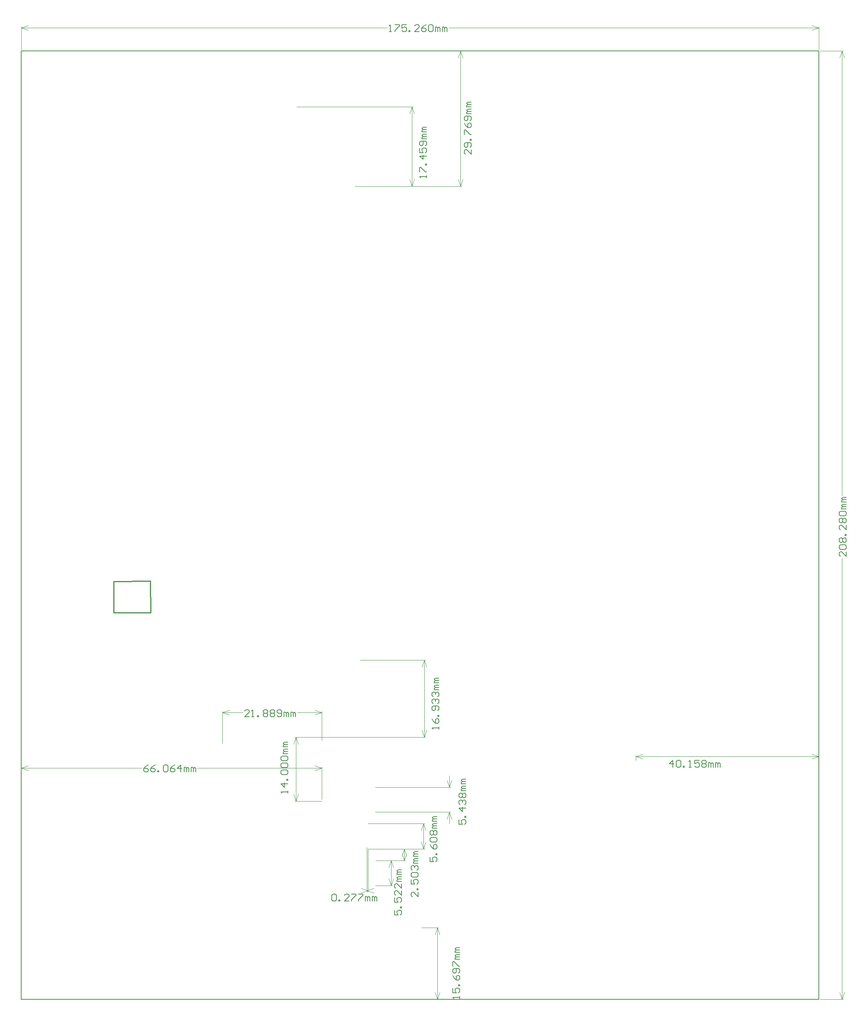
<source format=gm1>
G04*
G04 #@! TF.GenerationSoftware,Altium Limited,Altium Designer,23.2.1 (34)*
G04*
G04 Layer_Color=16711935*
%FSLAX25Y25*%
%MOIN*%
G70*
G04*
G04 #@! TF.SameCoordinates,E7D857CA-1885-45CB-8F30-69F116805D82*
G04*
G04*
G04 #@! TF.FilePolarity,Positive*
G04*
G01*
G75*
%ADD12C,0.01000*%
%ADD14C,0.00800*%
%ADD90C,0.00394*%
%ADD91C,0.00600*%
D12*
X301905Y381390D02*
X302000Y354225D01*
X270016Y381279D02*
X270111Y354114D01*
X270016Y381279D02*
X301905Y381390D01*
X270111Y354114D02*
X302000Y354225D01*
D14*
X190000Y20000D02*
Y840000D01*
Y20000D02*
X880000D01*
Y840000D01*
X190000D02*
X880000D01*
D90*
X444093Y218000D02*
X450093Y220000D01*
X444093Y222000D02*
X450093Y220000D01*
X190000D02*
X196000Y222000D01*
X190000Y220000D02*
X196000Y218000D01*
X342539Y220000D02*
X450093D01*
X190000D02*
X294354D01*
X450093Y192713D02*
Y221000D01*
X190000Y21000D02*
Y221000D01*
X721897Y230000D02*
X727897Y232000D01*
X721897Y230000D02*
X727897Y228000D01*
X874000D02*
X880000Y230000D01*
X874000Y232000D02*
X880000Y230000D01*
X721897D02*
X800949D01*
X880000D01*
X721897Y226489D02*
Y231000D01*
X880000Y21000D02*
Y231000D01*
X550000Y81799D02*
X552000Y75799D01*
X548000D02*
X550000Y81799D01*
X548000Y26000D02*
X550000Y20000D01*
X552000Y26000D01*
X550000Y50899D02*
Y81799D01*
Y20000D02*
Y50899D01*
X536527Y81799D02*
X551000D01*
X191000Y20000D02*
X551000D01*
X568000Y728797D02*
X570000Y722797D01*
X572000Y728797D01*
X570000Y840000D02*
X572000Y834000D01*
X568000D02*
X570000Y840000D01*
Y722797D02*
Y781399D01*
Y840000D01*
X489484Y722797D02*
X571000D01*
X191000Y840000D02*
X571000D01*
X900000D02*
X902000Y834000D01*
X898000D02*
X900000Y840000D01*
X898000Y26000D02*
X900000Y20000D01*
X902000Y26000D01*
X900000Y455492D02*
Y840000D01*
Y20000D02*
Y401308D01*
X881000Y840000D02*
X901000D01*
X881000Y20000D02*
X901000D01*
X190000Y860000D02*
X196000Y862000D01*
X190000Y860000D02*
X196000Y858000D01*
X874000D02*
X880000Y860000D01*
X874000Y862000D02*
X880000Y860000D01*
X190000D02*
X506808D01*
X559992D02*
X880000D01*
X190000Y841000D02*
Y861000D01*
X880000Y841000D02*
Y861000D01*
X488937Y113800D02*
X494937Y115800D01*
X488937Y113800D02*
X494937Y111800D01*
X484026D02*
X490026Y113800D01*
X484026Y115800D02*
X490026Y113800D01*
X488937D02*
X489482D01*
X490026D01*
X488937Y112800D02*
Y151073D01*
X490026Y112800D02*
Y149782D01*
X444089Y265700D02*
X450089Y267700D01*
X444089Y269700D02*
X450089Y267700D01*
X363912D02*
X369912Y269700D01*
X363912Y267700D02*
X369912Y265700D01*
X428994Y267700D02*
X450089D01*
X363912D02*
X381808D01*
X450089Y243907D02*
Y268700D01*
X363912Y241257D02*
Y268700D01*
X526097Y728768D02*
X528097Y722768D01*
X530097Y728768D01*
X528097Y791504D02*
X530097Y785504D01*
X526097D02*
X528097Y791504D01*
Y722768D02*
Y757136D01*
Y791504D01*
X478892Y722768D02*
X529097D01*
X428539Y791504D02*
X529097D01*
X427600Y246368D02*
X429600Y240368D01*
X425600D02*
X427600Y246368D01*
X425600Y197250D02*
X427600Y191250D01*
X429600Y197250D01*
X427600Y218809D02*
Y246368D01*
Y191250D02*
Y218809D01*
X426600Y246368D02*
X489492D01*
X426600Y191250D02*
X450122D01*
X519400Y145926D02*
X521400Y139926D01*
X523400Y145926D01*
X521400Y149782D02*
X523400Y143782D01*
X519400D02*
X521400Y149782D01*
Y139926D02*
Y144854D01*
Y149782D01*
X496800Y139926D02*
X522400D01*
X490026Y149782D02*
X522400D01*
X538000Y171858D02*
X540000Y165858D01*
X536000D02*
X538000Y171858D01*
X536000Y155778D02*
X538000Y149778D01*
X540000Y155778D01*
X538000Y160818D02*
Y171858D01*
Y149778D02*
Y160818D01*
X490035Y171858D02*
X539000D01*
X490039Y149778D02*
X539000D01*
X508200Y124188D02*
X510200Y118188D01*
X512200Y124188D01*
X510200Y139926D02*
X512200Y133926D01*
X508200D02*
X510200Y139926D01*
Y118188D02*
Y129057D01*
Y139926D01*
X496552Y118188D02*
X511200D01*
X496800Y139926D02*
X511200D01*
X560400Y181707D02*
X562400Y175707D01*
X558400D02*
X560400Y181707D01*
X558400Y209116D02*
X560400Y203116D01*
X562400Y209116D01*
X560400Y171707D02*
Y181707D01*
Y203116D02*
Y213116D01*
X496298Y203116D02*
X561400D01*
X496288Y181707D02*
X561400D01*
X536697Y252368D02*
X538697Y246368D01*
X540697Y252368D01*
X538697Y313035D02*
X540697Y307035D01*
X536697D02*
X538697Y313035D01*
Y246368D02*
Y279702D01*
Y313035D01*
X489492Y246368D02*
X539697D01*
X483367Y313035D02*
X539697D01*
D91*
X299952Y222399D02*
X297953Y221399D01*
X295953Y219400D01*
Y217401D01*
X296953Y216401D01*
X298953D01*
X299952Y217401D01*
Y218400D01*
X298953Y219400D01*
X295953D01*
X305950Y222399D02*
X303951Y221399D01*
X301952Y219400D01*
Y217401D01*
X302951Y216401D01*
X304951D01*
X305950Y217401D01*
Y218400D01*
X304951Y219400D01*
X301952D01*
X307950Y216401D02*
Y217401D01*
X308949D01*
Y216401D01*
X307950D01*
X312948Y221399D02*
X313948Y222399D01*
X315947D01*
X316947Y221399D01*
Y217401D01*
X315947Y216401D01*
X313948D01*
X312948Y217401D01*
Y221399D01*
X322945Y222399D02*
X320945Y221399D01*
X318946Y219400D01*
Y217401D01*
X319946Y216401D01*
X321945D01*
X322945Y217401D01*
Y218400D01*
X321945Y219400D01*
X318946D01*
X327943Y216401D02*
Y222399D01*
X324944Y219400D01*
X328943D01*
X330942Y216401D02*
Y220400D01*
X331942D01*
X332942Y219400D01*
Y216401D01*
Y219400D01*
X333941Y220400D01*
X334941Y219400D01*
Y216401D01*
X336940D02*
Y220400D01*
X337940D01*
X338940Y219400D01*
Y216401D01*
Y219400D01*
X339939Y220400D01*
X340939Y219400D01*
Y216401D01*
X753599Y220600D02*
Y226598D01*
X750600Y223599D01*
X754599D01*
X756598Y225598D02*
X757598Y226598D01*
X759597D01*
X760597Y225598D01*
Y221600D01*
X759597Y220600D01*
X757598D01*
X756598Y221600D01*
Y225598D01*
X762596Y220600D02*
Y221600D01*
X763596D01*
Y220600D01*
X762596D01*
X767594D02*
X769594D01*
X768594D01*
Y226598D01*
X767594Y225598D01*
X776592Y226598D02*
X772593D01*
Y223599D01*
X774592Y224599D01*
X775592D01*
X776592Y223599D01*
Y221600D01*
X775592Y220600D01*
X773593D01*
X772593Y221600D01*
X778591Y225598D02*
X779591Y226598D01*
X781590D01*
X782590Y225598D01*
Y224599D01*
X781590Y223599D01*
X782590Y222599D01*
Y221600D01*
X781590Y220600D01*
X779591D01*
X778591Y221600D01*
Y222599D01*
X779591Y223599D01*
X778591Y224599D01*
Y225598D01*
X779591Y223599D02*
X781590D01*
X784589Y220600D02*
Y224599D01*
X785589D01*
X786588Y223599D01*
Y220600D01*
Y223599D01*
X787588Y224599D01*
X788588Y223599D01*
Y220600D01*
X790587D02*
Y224599D01*
X791587D01*
X792586Y223599D01*
Y220600D01*
Y223599D01*
X793586Y224599D01*
X794586Y223599D01*
Y220600D01*
X569400Y20600D02*
Y22599D01*
Y21600D01*
X563402D01*
X564402Y20600D01*
X563402Y29597D02*
Y25598D01*
X566401D01*
X565401Y27598D01*
Y28597D01*
X566401Y29597D01*
X568400D01*
X569400Y28597D01*
Y26598D01*
X568400Y25598D01*
X569400Y31596D02*
X568400D01*
Y32596D01*
X569400D01*
Y31596D01*
X563402Y40593D02*
X564402Y38594D01*
X566401Y36595D01*
X568400D01*
X569400Y37595D01*
Y39594D01*
X568400Y40593D01*
X567401D01*
X566401Y39594D01*
Y36595D01*
X568400Y42593D02*
X569400Y43593D01*
Y45592D01*
X568400Y46592D01*
X564402D01*
X563402Y45592D01*
Y43593D01*
X564402Y42593D01*
X565401D01*
X566401Y43593D01*
Y46592D01*
X563402Y48591D02*
Y52590D01*
X564402D01*
X568400Y48591D01*
X569400D01*
Y54589D02*
X565401D01*
Y55589D01*
X566401Y56588D01*
X569400D01*
X566401D01*
X565401Y57588D01*
X566401Y58588D01*
X569400D01*
Y60587D02*
X565401D01*
Y61587D01*
X566401Y62586D01*
X569400D01*
X566401D01*
X565401Y63586D01*
X566401Y64586D01*
X569400D01*
X579400Y754599D02*
Y750600D01*
X575401Y754599D01*
X574402D01*
X573402Y753599D01*
Y751600D01*
X574402Y750600D01*
X578400Y756598D02*
X579400Y757598D01*
Y759597D01*
X578400Y760597D01*
X574402D01*
X573402Y759597D01*
Y757598D01*
X574402Y756598D01*
X575401D01*
X576401Y757598D01*
Y760597D01*
X579400Y762596D02*
X578400D01*
Y763596D01*
X579400D01*
Y762596D01*
X573402Y767594D02*
Y771593D01*
X574402D01*
X578400Y767594D01*
X579400D01*
X573402Y777591D02*
X574402Y775592D01*
X576401Y773593D01*
X578400D01*
X579400Y774592D01*
Y776592D01*
X578400Y777591D01*
X577401D01*
X576401Y776592D01*
Y773593D01*
X578400Y779591D02*
X579400Y780590D01*
Y782590D01*
X578400Y783589D01*
X574402D01*
X573402Y782590D01*
Y780590D01*
X574402Y779591D01*
X575401D01*
X576401Y780590D01*
Y783589D01*
X579400Y785589D02*
X575401D01*
Y786588D01*
X576401Y787588D01*
X579400D01*
X576401D01*
X575401Y788588D01*
X576401Y789587D01*
X579400D01*
Y791587D02*
X575401D01*
Y792586D01*
X576401Y793586D01*
X579400D01*
X576401D01*
X575401Y794586D01*
X576401Y795585D01*
X579400D01*
X903599Y406907D02*
Y402908D01*
X899600Y406907D01*
X898601D01*
X897601Y405907D01*
Y403908D01*
X898601Y402908D01*
Y408906D02*
X897601Y409906D01*
Y411905D01*
X898601Y412905D01*
X902599D01*
X903599Y411905D01*
Y409906D01*
X902599Y408906D01*
X898601D01*
Y414904D02*
X897601Y415904D01*
Y417903D01*
X898601Y418903D01*
X899600D01*
X900600Y417903D01*
X901600Y418903D01*
X902599D01*
X903599Y417903D01*
Y415904D01*
X902599Y414904D01*
X901600D01*
X900600Y415904D01*
X899600Y414904D01*
X898601D01*
X900600Y415904D02*
Y417903D01*
X903599Y420902D02*
X902599D01*
Y421902D01*
X903599D01*
Y420902D01*
Y429900D02*
Y425901D01*
X899600Y429900D01*
X898601D01*
X897601Y428900D01*
Y426900D01*
X898601Y425901D01*
Y431899D02*
X897601Y432899D01*
Y434898D01*
X898601Y435898D01*
X899600D01*
X900600Y434898D01*
X901600Y435898D01*
X902599D01*
X903599Y434898D01*
Y432899D01*
X902599Y431899D01*
X901600D01*
X900600Y432899D01*
X899600Y431899D01*
X898601D01*
X900600Y432899D02*
Y434898D01*
X898601Y437897D02*
X897601Y438897D01*
Y440896D01*
X898601Y441896D01*
X902599D01*
X903599Y440896D01*
Y438897D01*
X902599Y437897D01*
X898601D01*
X903599Y443895D02*
X899600D01*
Y444895D01*
X900600Y445894D01*
X903599D01*
X900600D01*
X899600Y446894D01*
X900600Y447894D01*
X903599D01*
Y449893D02*
X899600D01*
Y450893D01*
X900600Y451892D01*
X903599D01*
X900600D01*
X899600Y452892D01*
X900600Y453892D01*
X903599D01*
X508408Y856401D02*
X510407D01*
X509408D01*
Y862399D01*
X508408Y861399D01*
X513407Y862399D02*
X517405D01*
Y861399D01*
X513407Y857401D01*
Y856401D01*
X523403Y862399D02*
X519405D01*
Y859400D01*
X521404Y860400D01*
X522403D01*
X523403Y859400D01*
Y857401D01*
X522403Y856401D01*
X520404D01*
X519405Y857401D01*
X525403Y856401D02*
Y857401D01*
X526402D01*
Y856401D01*
X525403D01*
X534400D02*
X530401D01*
X534400Y860400D01*
Y861399D01*
X533400Y862399D01*
X531401D01*
X530401Y861399D01*
X540398Y862399D02*
X538398Y861399D01*
X536399Y859400D01*
Y857401D01*
X537399Y856401D01*
X539398D01*
X540398Y857401D01*
Y858400D01*
X539398Y859400D01*
X536399D01*
X542397Y861399D02*
X543397Y862399D01*
X545396D01*
X546396Y861399D01*
Y857401D01*
X545396Y856401D01*
X543397D01*
X542397Y857401D01*
Y861399D01*
X548395Y856401D02*
Y860400D01*
X549395D01*
X550394Y859400D01*
Y856401D01*
Y859400D01*
X551394Y860400D01*
X552394Y859400D01*
Y856401D01*
X554393D02*
Y860400D01*
X555393D01*
X556393Y859400D01*
Y856401D01*
Y859400D01*
X557392Y860400D01*
X558392Y859400D01*
Y856401D01*
X458700Y109798D02*
X459700Y110798D01*
X461699D01*
X462699Y109798D01*
Y105800D01*
X461699Y104800D01*
X459700D01*
X458700Y105800D01*
Y109798D01*
X464698Y104800D02*
Y105800D01*
X465698D01*
Y104800D01*
X464698D01*
X473695D02*
X469696D01*
X473695Y108799D01*
Y109798D01*
X472695Y110798D01*
X470696D01*
X469696Y109798D01*
X475695Y110798D02*
X479693D01*
Y109798D01*
X475695Y105800D01*
Y104800D01*
X481693Y110798D02*
X485691D01*
Y109798D01*
X481693Y105800D01*
Y104800D01*
X487691D02*
Y108799D01*
X488690D01*
X489690Y107799D01*
Y104800D01*
Y107799D01*
X490690Y108799D01*
X491689Y107799D01*
Y104800D01*
X493689D02*
Y108799D01*
X494688D01*
X495688Y107799D01*
Y104800D01*
Y107799D01*
X496688Y108799D01*
X497687Y107799D01*
Y104800D01*
X387406Y264101D02*
X383408D01*
X387406Y268100D01*
Y269099D01*
X386407Y270099D01*
X384407D01*
X383408Y269099D01*
X389406Y264101D02*
X391405D01*
X390406D01*
Y270099D01*
X389406Y269099D01*
X394404Y264101D02*
Y265101D01*
X395404D01*
Y264101D01*
X394404D01*
X399403Y269099D02*
X400402Y270099D01*
X402402D01*
X403401Y269099D01*
Y268100D01*
X402402Y267100D01*
X403401Y266100D01*
Y265101D01*
X402402Y264101D01*
X400402D01*
X399403Y265101D01*
Y266100D01*
X400402Y267100D01*
X399403Y268100D01*
Y269099D01*
X400402Y267100D02*
X402402D01*
X405401Y269099D02*
X406400Y270099D01*
X408400D01*
X409399Y269099D01*
Y268100D01*
X408400Y267100D01*
X409399Y266100D01*
Y265101D01*
X408400Y264101D01*
X406400D01*
X405401Y265101D01*
Y266100D01*
X406400Y267100D01*
X405401Y268100D01*
Y269099D01*
X406400Y267100D02*
X408400D01*
X411399Y265101D02*
X412398Y264101D01*
X414398D01*
X415397Y265101D01*
Y269099D01*
X414398Y270099D01*
X412398D01*
X411399Y269099D01*
Y268100D01*
X412398Y267100D01*
X415397D01*
X417397Y264101D02*
Y268100D01*
X418396D01*
X419396Y267100D01*
Y264101D01*
Y267100D01*
X420396Y268100D01*
X421395Y267100D01*
Y264101D01*
X423395D02*
Y268100D01*
X424395D01*
X425394Y267100D01*
Y264101D01*
Y267100D01*
X426394Y268100D01*
X427393Y267100D01*
Y264101D01*
X540800Y730026D02*
Y732025D01*
Y731026D01*
X534802D01*
X535802Y730026D01*
X534802Y735024D02*
Y739023D01*
X535802D01*
X539800Y735024D01*
X540800D01*
Y741022D02*
X539800D01*
Y742022D01*
X540800D01*
Y741022D01*
Y749020D02*
X534802D01*
X537801Y746021D01*
Y750020D01*
X534802Y756018D02*
Y752019D01*
X537801D01*
X536801Y754018D01*
Y755018D01*
X537801Y756018D01*
X539800D01*
X540800Y755018D01*
Y753019D01*
X539800Y752019D01*
Y758017D02*
X540800Y759017D01*
Y761016D01*
X539800Y762016D01*
X535802D01*
X534802Y761016D01*
Y759017D01*
X535802Y758017D01*
X536801D01*
X537801Y759017D01*
Y762016D01*
X540800Y764015D02*
X536801D01*
Y765015D01*
X537801Y766014D01*
X540800D01*
X537801D01*
X536801Y767014D01*
X537801Y768014D01*
X540800D01*
Y770013D02*
X536801D01*
Y771013D01*
X537801Y772012D01*
X540800D01*
X537801D01*
X536801Y773012D01*
X537801Y774012D01*
X540800D01*
X420600Y198200D02*
Y200199D01*
Y199200D01*
X414602D01*
X415602Y198200D01*
X420600Y206197D02*
X414602D01*
X417601Y203198D01*
Y207197D01*
X420600Y209196D02*
X419600D01*
Y210196D01*
X420600D01*
Y209196D01*
X415602Y214195D02*
X414602Y215195D01*
Y217194D01*
X415602Y218194D01*
X419600D01*
X420600Y217194D01*
Y215195D01*
X419600Y214195D01*
X415602D01*
Y220193D02*
X414602Y221193D01*
Y223192D01*
X415602Y224192D01*
X419600D01*
X420600Y223192D01*
Y221193D01*
X419600Y220193D01*
X415602D01*
Y226191D02*
X414602Y227191D01*
Y229190D01*
X415602Y230190D01*
X419600D01*
X420600Y229190D01*
Y227191D01*
X419600Y226191D01*
X415602D01*
X420600Y232189D02*
X416601D01*
Y233189D01*
X417601Y234188D01*
X420600D01*
X417601D01*
X416601Y235188D01*
X417601Y236188D01*
X420600D01*
Y238187D02*
X416601D01*
Y239187D01*
X417601Y240186D01*
X420600D01*
X417601D01*
X416601Y241186D01*
X417601Y242186D01*
X420600D01*
X533400Y112399D02*
Y108400D01*
X529401Y112399D01*
X528402D01*
X527402Y111399D01*
Y109400D01*
X528402Y108400D01*
X533400Y114398D02*
X532400D01*
Y115398D01*
X533400D01*
Y114398D01*
X527402Y123395D02*
Y119396D01*
X530401D01*
X529401Y121396D01*
Y122396D01*
X530401Y123395D01*
X532400D01*
X533400Y122396D01*
Y120396D01*
X532400Y119396D01*
X528402Y125394D02*
X527402Y126394D01*
Y128393D01*
X528402Y129393D01*
X532400D01*
X533400Y128393D01*
Y126394D01*
X532400Y125394D01*
X528402D01*
Y131393D02*
X527402Y132392D01*
Y134392D01*
X528402Y135391D01*
X529401D01*
X530401Y134392D01*
Y133392D01*
Y134392D01*
X531401Y135391D01*
X532400D01*
X533400Y134392D01*
Y132392D01*
X532400Y131393D01*
X533400Y137391D02*
X529401D01*
Y138390D01*
X530401Y139390D01*
X533400D01*
X530401D01*
X529401Y140390D01*
X530401Y141389D01*
X533400D01*
Y143389D02*
X529401D01*
Y144388D01*
X530401Y145388D01*
X533400D01*
X530401D01*
X529401Y146388D01*
X530401Y147387D01*
X533400D01*
X543902Y142899D02*
Y138900D01*
X546901D01*
X545901Y140899D01*
Y141899D01*
X546901Y142899D01*
X548900D01*
X549900Y141899D01*
Y139900D01*
X548900Y138900D01*
X549900Y144898D02*
X548900D01*
Y145898D01*
X549900D01*
Y144898D01*
X543902Y153895D02*
X544902Y151896D01*
X546901Y149896D01*
X548900D01*
X549900Y150896D01*
Y152895D01*
X548900Y153895D01*
X547901D01*
X546901Y152895D01*
Y149896D01*
X544902Y155894D02*
X543902Y156894D01*
Y158894D01*
X544902Y159893D01*
X548900D01*
X549900Y158894D01*
Y156894D01*
X548900Y155894D01*
X544902D01*
Y161893D02*
X543902Y162892D01*
Y164892D01*
X544902Y165891D01*
X545901D01*
X546901Y164892D01*
X547901Y165891D01*
X548900D01*
X549900Y164892D01*
Y162892D01*
X548900Y161893D01*
X547901D01*
X546901Y162892D01*
X545901Y161893D01*
X544902D01*
X546901Y162892D02*
Y164892D01*
X549900Y167891D02*
X545901D01*
Y168890D01*
X546901Y169890D01*
X549900D01*
X546901D01*
X545901Y170890D01*
X546901Y171889D01*
X549900D01*
Y173889D02*
X545901D01*
Y174888D01*
X546901Y175888D01*
X549900D01*
X546901D01*
X545901Y176888D01*
X546901Y177887D01*
X549900D01*
X513102Y96899D02*
Y92900D01*
X516101D01*
X515101Y94899D01*
Y95899D01*
X516101Y96899D01*
X518100D01*
X519100Y95899D01*
Y93900D01*
X518100Y92900D01*
X519100Y98898D02*
X518100D01*
Y99898D01*
X519100D01*
Y98898D01*
X513102Y107895D02*
Y103896D01*
X516101D01*
X515101Y105896D01*
Y106895D01*
X516101Y107895D01*
X518100D01*
X519100Y106895D01*
Y104896D01*
X518100Y103896D01*
X519100Y113893D02*
Y109895D01*
X515101Y113893D01*
X514102D01*
X513102Y112893D01*
Y110894D01*
X514102Y109895D01*
X519100Y119891D02*
Y115893D01*
X515101Y119891D01*
X514102D01*
X513102Y118892D01*
Y116892D01*
X514102Y115893D01*
X519100Y121891D02*
X515101D01*
Y122890D01*
X516101Y123890D01*
X519100D01*
X516101D01*
X515101Y124890D01*
X516101Y125889D01*
X519100D01*
Y127889D02*
X515101D01*
Y128888D01*
X516101Y129888D01*
X519100D01*
X516101D01*
X515101Y130888D01*
X516101Y131887D01*
X519100D01*
X568798Y175317D02*
Y171318D01*
X571797D01*
X570797Y173317D01*
Y174317D01*
X571797Y175317D01*
X573796D01*
X574796Y174317D01*
Y172318D01*
X573796Y171318D01*
X574796Y177316D02*
X573796D01*
Y178316D01*
X574796D01*
Y177316D01*
Y185313D02*
X568798D01*
X571797Y182315D01*
Y186313D01*
X569798Y188313D02*
X568798Y189312D01*
Y191312D01*
X569798Y192311D01*
X570797D01*
X571797Y191312D01*
Y190312D01*
Y191312D01*
X572797Y192311D01*
X573796D01*
X574796Y191312D01*
Y189312D01*
X573796Y188313D01*
X569798Y194311D02*
X568798Y195310D01*
Y197310D01*
X569798Y198309D01*
X570797D01*
X571797Y197310D01*
X572797Y198309D01*
X573796D01*
X574796Y197310D01*
Y195310D01*
X573796Y194311D01*
X572797D01*
X571797Y195310D01*
X570797Y194311D01*
X569798D01*
X571797Y195310D02*
Y197310D01*
X574796Y200309D02*
X570797D01*
Y201308D01*
X571797Y202308D01*
X574796D01*
X571797D01*
X570797Y203308D01*
X571797Y204307D01*
X574796D01*
Y206307D02*
X570797D01*
Y207306D01*
X571797Y208306D01*
X574796D01*
X571797D01*
X570797Y209306D01*
X571797Y210305D01*
X574796D01*
X551400Y253626D02*
Y255625D01*
Y254626D01*
X545402D01*
X546402Y253626D01*
X545402Y262623D02*
X546402Y260624D01*
X548401Y258624D01*
X550400D01*
X551400Y259624D01*
Y261623D01*
X550400Y262623D01*
X549401D01*
X548401Y261623D01*
Y258624D01*
X551400Y264622D02*
X550400D01*
Y265622D01*
X551400D01*
Y264622D01*
X550400Y269621D02*
X551400Y270620D01*
Y272620D01*
X550400Y273620D01*
X546402D01*
X545402Y272620D01*
Y270620D01*
X546402Y269621D01*
X547401D01*
X548401Y270620D01*
Y273620D01*
X546402Y275619D02*
X545402Y276619D01*
Y278618D01*
X546402Y279618D01*
X547401D01*
X548401Y278618D01*
Y277618D01*
Y278618D01*
X549401Y279618D01*
X550400D01*
X551400Y278618D01*
Y276619D01*
X550400Y275619D01*
X546402Y281617D02*
X545402Y282617D01*
Y284616D01*
X546402Y285616D01*
X547401D01*
X548401Y284616D01*
Y283616D01*
Y284616D01*
X549401Y285616D01*
X550400D01*
X551400Y284616D01*
Y282617D01*
X550400Y281617D01*
X551400Y287615D02*
X547401D01*
Y288615D01*
X548401Y289614D01*
X551400D01*
X548401D01*
X547401Y290614D01*
X548401Y291614D01*
X551400D01*
Y293613D02*
X547401D01*
Y294613D01*
X548401Y295612D01*
X551400D01*
X548401D01*
X547401Y296612D01*
X548401Y297612D01*
X551400D01*
M02*

</source>
